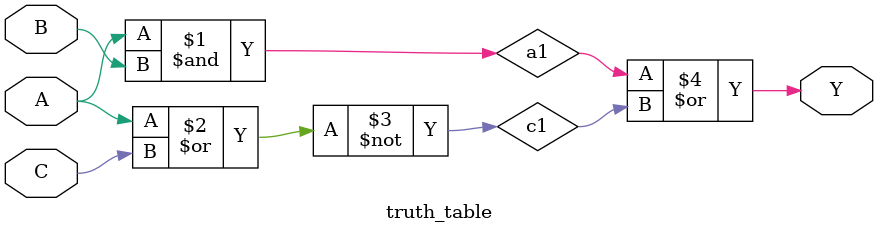
<source format=v>
`timescale 1ns / 1ps


module truth_table( //¸ðµâ ¼±¾ð
    A, B, C,
    Y
    );

input A, B, C; //ÃÊ±â ÀÔ·Â°ª
output Y; //ÃÖÁ¾ output

wire a1, c1; //A,BÀÇ AND ¿¬»ê °ªÀ» ´ã´Â a1, A,CÀÇ NOR ¿¬»êÀ» ´ã´Â c1

and (a1, A, B); //A¿Í B¸¦ AND ¿¬»êÇÑ °ªÀ» a1¿¡ ÀúÀå
nor (c1, A, C); //A¿Í C¸¦ NOR ¿¬»êÇÑ °ªÀ» c1¿¡ ÀúÀå
or (Y, a1, c1); //a1°ú c1À» OR ¿¬»êÇÑ °ªÀ» Y¿¡ ÀúÀå

endmodule 

</source>
